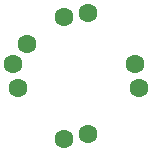
<source format=gbl>
%TF.GenerationSoftware,KiCad,Pcbnew,7.0.5*%
%TF.CreationDate,2023-06-18T14:42:25+02:00*%
%TF.ProjectId,RH_RKJXM1015004_FacePlateTilted,52485f52-4b4a-4584-9d31-303135303034,rev?*%
%TF.SameCoordinates,Original*%
%TF.FileFunction,Copper,L2,Bot*%
%TF.FilePolarity,Positive*%
%FSLAX46Y46*%
G04 Gerber Fmt 4.6, Leading zero omitted, Abs format (unit mm)*
G04 Created by KiCad (PCBNEW 7.0.5) date 2023-06-18 14:42:25*
%MOMM*%
%LPD*%
G01*
G04 APERTURE LIST*
%TA.AperFunction,ComponentPad*%
%ADD10C,1.600000*%
%TD*%
G04 APERTURE END LIST*
D10*
X47850000Y-54300000D03*
X46650000Y-56000000D03*
X51000000Y-62350000D03*
X57350000Y-58000000D03*
X53000000Y-51650000D03*
X53000000Y-61950000D03*
X56950000Y-56000000D03*
X51000000Y-52050000D03*
X47050000Y-58000000D03*
M02*

</source>
